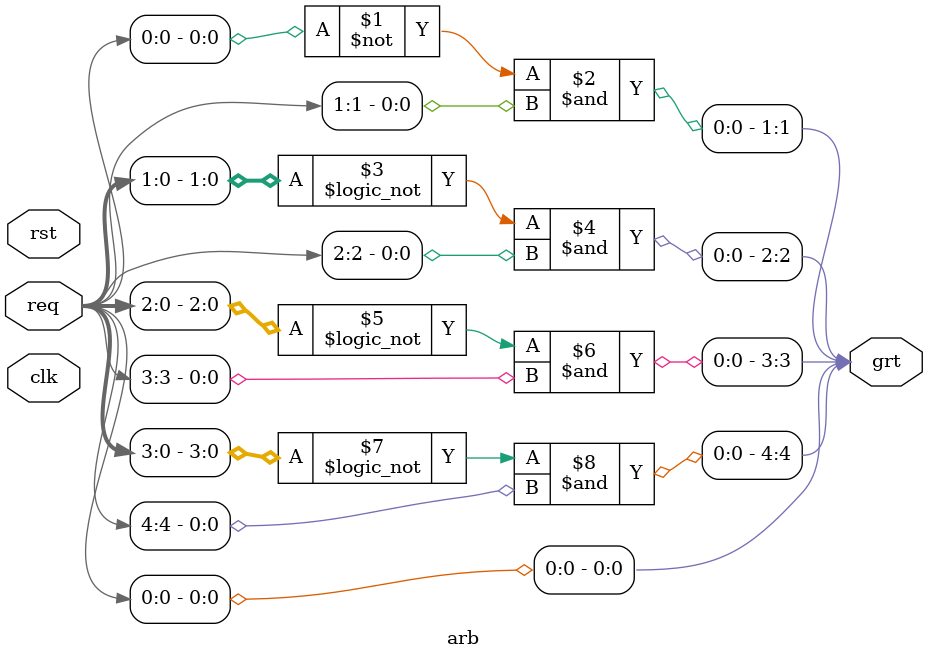
<source format=v>
module arb ( 
        req, 
        grt, 
        clk, 
        rst
);

input  [4:0]  req;//input [width:msb] portname    
output [4:0]  grt;     //output  [width:msb] portname    
input             clk, rst; //input signals

//The "grt" signals will only be asserted if the corresponding "req" signal is active and all higher-priority "req" signals are not active.

assign  grt[0]  =                   req[0]; 
assign  grt[1]  = (req[0]   == 0) & req[1]; 
assign  grt[2]  = (req[1:0] == 0) & req[2]; 
assign  grt[3]  = (req[2:0] == 0) & req[3]; 
assign  grt[4]  = (req[3:0] == 0) & req[4]; 


// assigns value to grant signals based on req signals

endmodule

</source>
